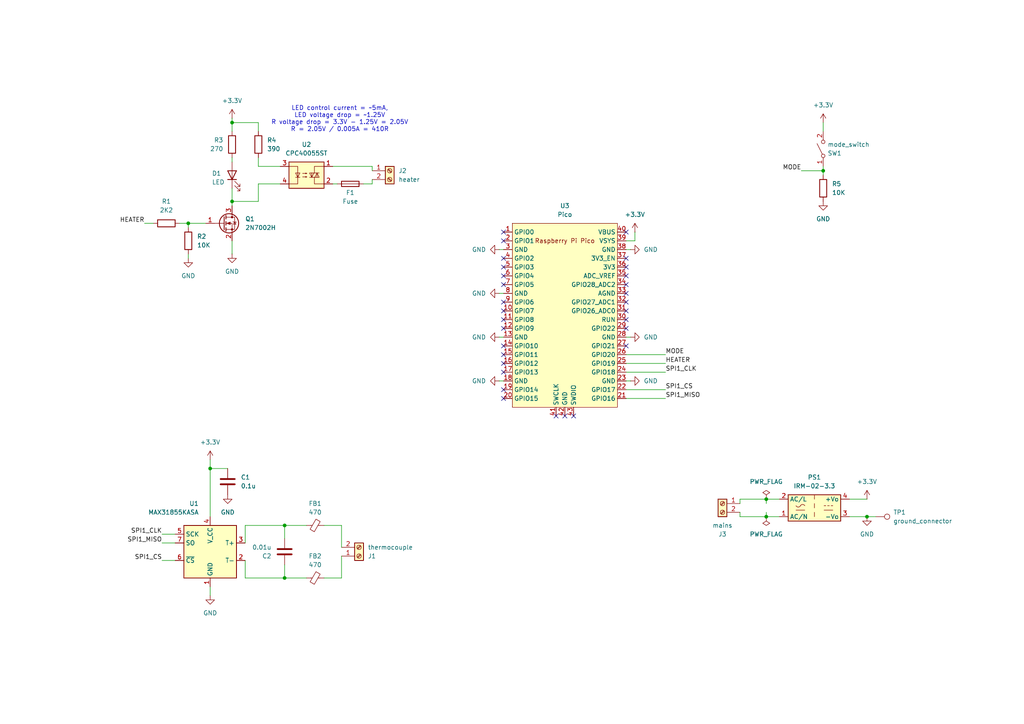
<source format=kicad_sch>
(kicad_sch (version 20231120) (generator "eeschema") (generator_version "8.0")
  (paper "A4")
  (lib_symbols
    (symbol "Connector:Screw_Terminal_01x02" (pin_names (offset 1.016) hide)
      (property "Reference" "J" (at 0 2.54 0))
      (property "Value" "Screw_Terminal_01x02" (at 0 -5.08 0))
      (symbol "Screw_Terminal_01x02_1_1"
        (rectangle (start -1.27 1.27) (end 1.27 -3.81) (stroke (width 0.254)) (fill (type background)))
        (circle (center 0 -2.54) (radius 0.635) (stroke (width 0.1524)))
        (polyline (pts (xy -0.5334 -2.2098) (xy 0.3302 -3.048)) (stroke (width 0.1524)))
        (polyline (pts (xy -0.5334 0.3302) (xy 0.3302 -0.508)) (stroke (width 0.1524)))
        (polyline (pts (xy -0.3556 -2.032) (xy 0.508 -2.8702)) (stroke (width 0.1524)))
        (polyline (pts (xy -0.3556 0.508) (xy 0.508 -0.3302)) (stroke (width 0.1524)))
        (circle (center 0 0) (radius 0.635) (stroke (width 0.1524)))
        (pin passive line (at -5.08 0 0) (length 3.81) (name "Pin_1") (number "1"))
        (pin passive line (at -5.08 -2.54 0) (length 3.81) (name "Pin_2") (number "2"))
      )
    )
    (symbol "Connector:TestPoint" (pin_numbers hide) (pin_names (offset 0.762) hide)
      (property "Reference" "TP" (at 0 6.858 0))
      (property "Value" "TestPoint" (at 0 5.08 0))
      (symbol "TestPoint_0_1"
        (circle (center 0 3.302) (radius 0.762))
      )
      (symbol "TestPoint_1_1"
        (pin passive line (at 0 0 90) (length 2.54) (name "1") (number "1"))
      )
    )
    (symbol "Converter_ACDC:IRM-02-3.3"
      (property "Reference" "PS" (at 0 5.08 0))
      (property "Value" "IRM-02-3.3" (at 0 -5.08 0))
      (symbol "IRM-02-3.3_0_1"
        (rectangle (start -7.62 3.81) (end 7.62 -3.81) (stroke (width 0.254)) (fill (type background)))
        (arc (start -5.334 0.635) (mid -4.699 0.2495) (end -4.064 0.635))
        (arc (start -2.794 0.635) (mid -3.429 1.0072) (end -4.064 0.635))
        (polyline (pts (xy -5.334 -0.635) (xy -2.794 -0.635)))
        (polyline (pts (xy 2.794 -0.635) (xy 5.334 -0.635)))
        (polyline (pts (xy 2.794 0.635) (xy 3.302 0.635)))
        (polyline (pts (xy 3.81 0.635) (xy 4.318 0.635)))
        (polyline (pts (xy 4.826 0.635) (xy 5.334 0.635)))
      )
      (symbol "IRM-02-3.3_1_1"
        (polyline (pts (xy 0 -1.27) (xy 0 -2.54)))
        (polyline (pts (xy 0 1.27) (xy 0 0)))
        (polyline (pts (xy 0 3.81) (xy 0 2.54)))
        (pin power_in line (at -10.16 -2.54 0) (length 2.54) (name "AC/N") (number "1"))
        (pin power_in line (at -10.16 2.54 0) (length 2.54) (name "AC/L") (number "2"))
        (pin power_out line (at 10.16 -2.54 180) (length 2.54) (name "-Vo") (number "3"))
        (pin power_out line (at 10.16 2.54 180) (length 2.54) (name "+Vo") (number "4"))
      )
    )
    (symbol "Device:C" (pin_numbers hide) (pin_names (offset 0.254))
      (property "Reference" "C" (at 0.635 2.54 0))
      (property "Value" "C" (at 0.635 -2.54 0))
      (symbol "C_0_1"
        (polyline (pts (xy -2.032 -0.762) (xy 2.032 -0.762)) (stroke (width 0.508)))
        (polyline (pts (xy -2.032 0.762) (xy 2.032 0.762)) (stroke (width 0.508)))
      )
      (symbol "C_1_1"
        (pin passive line (at 0 3.81 270) (length 2.794) (name "~") (number "1"))
        (pin passive line (at 0 -3.81 90) (length 2.794) (name "~") (number "2"))
      )
    )
    (symbol "Device:FerriteBead_Small" (pin_numbers hide) (pin_names (offset 0))
      (property "Reference" "FB" (at 1.905 1.27 0))
      (property "Value" "FerriteBead_Small" (at 1.905 -1.27 0))
      (symbol "FerriteBead_Small_0_1"
        (polyline (pts (xy 0 -1.27) (xy 0 -0.7874)))
        (polyline (pts (xy 0 0.889) (xy 0 1.2954)))
        (polyline (pts (xy -1.8288 0.2794) (xy -1.1176 1.4986) (xy 1.8288 -0.2032) (xy 1.1176 -1.4224) (xy -1.8288 0.2794)))
      )
      (symbol "FerriteBead_Small_1_1"
        (pin passive line (at 0 2.54 270) (length 1.27) (name "~") (number "1"))
        (pin passive line (at 0 -2.54 90) (length 1.27) (name "~") (number "2"))
      )
    )
    (symbol "Device:Fuse" (pin_numbers hide) (pin_names (offset 0))
      (property "Reference" "F" (at 2.032 0 90))
      (property "Value" "Fuse" (at -1.905 0 90))
      (symbol "Fuse_0_1"
        (rectangle (start -0.762 -2.54) (end 0.762 2.54) (stroke (width 0.254)))
        (polyline (pts (xy 0 2.54) (xy 0 -2.54)))
      )
      (symbol "Fuse_1_1"
        (pin passive line (at 0 3.81 270) (length 1.27) (name "~") (number "1"))
        (pin passive line (at 0 -3.81 90) (length 1.27) (name "~") (number "2"))
      )
    )
    (symbol "Device:LED" (pin_numbers hide) (pin_names (offset 1.016) hide)
      (property "Reference" "D" (at 0 2.54 0))
      (property "Value" "LED" (at 0 -2.54 0))
      (symbol "LED_0_1"
        (polyline (pts (xy -1.27 -1.27) (xy -1.27 1.27)) (stroke (width 0.254)))
        (polyline (pts (xy -1.27 0) (xy 1.27 0)))
        (polyline (pts (xy 1.27 -1.27) (xy 1.27 1.27) (xy -1.27 0) (xy 1.27 -1.27)) (stroke (width 0.254)))
        (polyline (pts (xy -3.048 -0.762) (xy -4.572 -2.286) (xy -3.81 -2.286) (xy -4.572 -2.286) (xy -4.572 -1.524)))
        (polyline (pts (xy -1.778 -0.762) (xy -3.302 -2.286) (xy -2.54 -2.286) (xy -3.302 -2.286) (xy -3.302 -1.524)))
      )
      (symbol "LED_1_1"
        (pin passive line (at -3.81 0 0) (length 2.54) (name "K") (number "1"))
        (pin passive line (at 3.81 0 180) (length 2.54) (name "A") (number "2"))
      )
    )
    (symbol "Device:R" (pin_numbers hide) (pin_names (offset 0))
      (property "Reference" "R" (at 2.032 0 90))
      (property "Value" "R" (at 0 0 90))
      (symbol "R_0_1"
        (rectangle (start -1.016 -2.54) (end 1.016 2.54) (stroke (width 0.254)))
      )
      (symbol "R_1_1"
        (pin passive line (at 0 3.81 270) (length 1.27) (name "~") (number "1"))
        (pin passive line (at 0 -3.81 90) (length 1.27) (name "~") (number "2"))
      )
    )
    (symbol "MCU_RaspberryPi_and_Boards:Pico"
      (property "Reference" "U" (at -13.97 27.94 0))
      (property "Value" "Pico" (at 0 19.05 0))
      (symbol "Pico_0_0"
        (text "Raspberry Pi Pico" (at 0 21.59 0) (effects (font (size 1.27 1.27))))
      )
      (symbol "Pico_0_1"
        (rectangle (start -15.24 26.67) (end 15.24 -26.67) (fill (type background)))
      )
      (symbol "Pico_1_1"
        (pin bidirectional line (at -17.78 24.13 0) (length 2.54) (name "GPIO0") (number "1"))
        (pin bidirectional line (at -17.78 1.27 0) (length 2.54) (name "GPIO7") (number "10"))
        (pin bidirectional line (at -17.78 -1.27 0) (length 2.54) (name "GPIO8") (number "11"))
        (pin bidirectional line (at -17.78 -3.81 0) (length 2.54) (name "GPIO9") (number "12"))
        (pin power_in line (at -17.78 -6.35 0) (length 2.54) (name "GND") (number "13"))
        (pin bidirectional line (at -17.78 -8.89 0) (length 2.54) (name "GPIO10") (number "14"))
        (pin bidirectional line (at -17.78 -11.43 0) (length 2.54) (name "GPIO11") (number "15"))
        (pin bidirectional line (at -17.78 -13.97 0) (length 2.54) (name "GPIO12") (number "16"))
        (pin bidirectional line (at -17.78 -16.51 0) (length 2.54) (name "GPIO13") (number "17"))
        (pin power_in line (at -17.78 -19.05 0) (length 2.54) (name "GND") (number "18"))
        (pin bidirectional line (at -17.78 -21.59 0) (length 2.54) (name "GPIO14") (number "19"))
        (pin bidirectional line (at -17.78 21.59 0) (length 2.54) (name "GPIO1") (number "2"))
        (pin bidirectional line (at -17.78 -24.13 0) (length 2.54) (name "GPIO15") (number "20"))
        (pin bidirectional line (at 17.78 -24.13 180) (length 2.54) (name "GPIO16") (number "21"))
        (pin bidirectional line (at 17.78 -21.59 180) (length 2.54) (name "GPIO17") (number "22"))
        (pin power_in line (at 17.78 -19.05 180) (length 2.54) (name "GND") (number "23"))
        (pin bidirectional line (at 17.78 -16.51 180) (length 2.54) (name "GPIO18") (number "24"))
        (pin bidirectional line (at 17.78 -13.97 180) (length 2.54) (name "GPIO19") (number "25"))
        (pin bidirectional line (at 17.78 -11.43 180) (length 2.54) (name "GPIO20") (number "26"))
        (pin bidirectional line (at 17.78 -8.89 180) (length 2.54) (name "GPIO21") (number "27"))
        (pin power_in line (at 17.78 -6.35 180) (length 2.54) (name "GND") (number "28"))
        (pin bidirectional line (at 17.78 -3.81 180) (length 2.54) (name "GPIO22") (number "29"))
        (pin power_in line (at -17.78 19.05 0) (length 2.54) (name "GND") (number "3"))
        (pin input line (at 17.78 -1.27 180) (length 2.54) (name "RUN") (number "30"))
        (pin bidirectional line (at 17.78 1.27 180) (length 2.54) (name "GPIO26_ADC0") (number "31"))
        (pin bidirectional line (at 17.78 3.81 180) (length 2.54) (name "GPIO27_ADC1") (number "32"))
        (pin power_in line (at 17.78 6.35 180) (length 2.54) (name "AGND") (number "33"))
        (pin bidirectional line (at 17.78 8.89 180) (length 2.54) (name "GPIO28_ADC2") (number "34"))
        (pin power_in line (at 17.78 11.43 180) (length 2.54) (name "ADC_VREF") (number "35"))
        (pin power_in line (at 17.78 13.97 180) (length 2.54) (name "3V3") (number "36"))
        (pin input line (at 17.78 16.51 180) (length 2.54) (name "3V3_EN") (number "37"))
        (pin bidirectional line (at 17.78 19.05 180) (length 2.54) (name "GND") (number "38"))
        (pin power_in line (at 17.78 21.59 180) (length 2.54) (name "VSYS") (number "39"))
        (pin bidirectional line (at -17.78 16.51 0) (length 2.54) (name "GPIO2") (number "4"))
        (pin power_in line (at 17.78 24.13 180) (length 2.54) (name "VBUS") (number "40"))
        (pin input line (at -2.54 -29.21 90) (length 2.54) (name "SWCLK") (number "41"))
        (pin power_in line (at 0 -29.21 90) (length 2.54) (name "GND") (number "42"))
        (pin bidirectional line (at 2.54 -29.21 90) (length 2.54) (name "SWDIO") (number "43"))
        (pin bidirectional line (at -17.78 13.97 0) (length 2.54) (name "GPIO3") (number "5"))
        (pin bidirectional line (at -17.78 11.43 0) (length 2.54) (name "GPIO4") (number "6"))
        (pin bidirectional line (at -17.78 8.89 0) (length 2.54) (name "GPIO5") (number "7"))
        (pin power_in line (at -17.78 6.35 0) (length 2.54) (name "GND") (number "8"))
        (pin bidirectional line (at -17.78 3.81 0) (length 2.54) (name "GPIO6") (number "9"))
      )
    )
    (symbol "Relay_SolidState:S102S01"
      (property "Reference" "U" (at -5.08 5.08 0))
      (property "Value" "S102S01" (at 0 5.08 0))
      (symbol "S102S01_0_1"
        (rectangle (start -5.08 3.81) (end 5.08 -3.81) (stroke (width 0.254)) (fill (type background)))
        (polyline (pts (xy -3.175 -0.635) (xy -1.905 -0.635)))
        (polyline (pts (xy 1.524 -0.635) (xy 1.524 0.635)))
        (polyline (pts (xy 3.048 0.635) (xy 3.048 -0.635)))
        (polyline (pts (xy 2.286 -0.635) (xy 2.286 -2.54) (xy 5.08 -2.54)))
        (polyline (pts (xy 2.286 0.635) (xy 2.286 2.54) (xy 5.08 2.54)))
        (polyline (pts (xy -5.08 2.54) (xy -2.54 2.54) (xy -2.54 -2.54) (xy -5.08 -2.54)))
        (polyline (pts (xy -2.54 -0.635) (xy -3.175 0.635) (xy -1.905 0.635) (xy -2.54 -0.635)))
        (polyline (pts (xy 0.889 -0.635) (xy 3.683 -0.635) (xy 3.048 0.635) (xy 2.413 -0.635)))
        (polyline (pts (xy 3.683 0.635) (xy 0.889 0.635) (xy 1.524 -0.635) (xy 2.159 0.635)))
        (polyline (pts (xy -1.143 -0.508) (xy 0.127 -0.508) (xy -0.254 -0.635) (xy -0.254 -0.381) (xy 0.127 -0.508)))
        (polyline (pts (xy -1.143 0.508) (xy 0.127 0.508) (xy -0.254 0.381) (xy -0.254 0.635) (xy 0.127 0.508)))
      )
      (symbol "S102S01_1_1"
        (pin passive line (at 7.62 2.54 180) (length 2.54) (name "~") (number "1"))
        (pin passive line (at 7.62 -2.54 180) (length 2.54) (name "~") (number "2"))
        (pin passive line (at -7.62 2.54 0) (length 2.54) (name "~") (number "3"))
        (pin passive line (at -7.62 -2.54 0) (length 2.54) (name "~") (number "4"))
      )
    )
    (symbol "Sensor_Temperature:MAX31855KASA"
      (property "Reference" "U" (at -7.62 8.89 0))
      (property "Value" "MAX31855KASA" (at 1.27 8.89 0))
      (symbol "MAX31855KASA_0_1"
        (rectangle (start -7.62 7.62) (end 7.62 -7.62) (stroke (width 0.254)) (fill (type background)))
      )
      (symbol "MAX31855KASA_1_1"
        (pin power_in line (at 0 -10.16 90) (length 2.54) (name "GND") (number "1"))
        (pin passive line (at -10.16 -2.54 0) (length 2.54) (name "T-") (number "2"))
        (pin passive line (at -10.16 2.54 0) (length 2.54) (name "T+") (number "3"))
        (pin power_in line (at 0 10.16 270) (length 2.54) (name "V_CC") (number "4"))
        (pin input line (at 10.16 5.08 180) (length 2.54) (name "SCK") (number "5"))
        (pin input line (at 10.16 -2.54 180) (length 2.54) (name "~{CS}") (number "6"))
        (pin tri_state line (at 10.16 2.54 180) (length 2.54) (name "SO") (number "7"))
      )
    )
    (symbol "Switch:SW_SPST" (pin_names (offset 0) hide)
      (property "Reference" "SW" (at 0 3.175 0))
      (property "Value" "SW_SPST" (at 0 -2.54 0))
      (symbol "SW_SPST_0_0"
        (circle (center -2.032 0) (radius 0.508))
        (polyline (pts (xy -1.524 0.254) (xy 1.524 1.778)))
        (circle (center 2.032 0) (radius 0.508))
      )
      (symbol "SW_SPST_1_1"
        (pin passive line (at -5.08 0 0) (length 2.54) (name "A") (number "1"))
        (pin passive line (at 5.08 0 180) (length 2.54) (name "B") (number "2"))
      )
    )
    (symbol "Transistor_FET:2N7002H" (pin_names hide)
      (property "Reference" "Q" (at 5.08 1.905 0))
      (property "Value" "2N7002H" (at 5.08 0 0))
      (symbol "2N7002H_0_1"
        (polyline (pts (xy 0.254 0) (xy -2.54 0)))
        (polyline (pts (xy 0.254 1.905) (xy 0.254 -1.905)) (stroke (width 0.254)))
        (polyline (pts (xy 0.762 -1.27) (xy 0.762 -2.286)) (stroke (width 0.254)))
        (polyline (pts (xy 0.762 0.508) (xy 0.762 -0.508)) (stroke (width 0.254)))
        (polyline (pts (xy 0.762 2.286) (xy 0.762 1.27)) (stroke (width 0.254)))
        (polyline (pts (xy 2.54 2.54) (xy 2.54 1.778)))
        (polyline (pts (xy 2.54 -2.54) (xy 2.54 0) (xy 0.762 0)))
        (polyline (pts (xy 0.762 -1.778) (xy 3.302 -1.778) (xy 3.302 1.778) (xy 0.762 1.778)))
        (polyline (pts (xy 1.016 0) (xy 2.032 0.381) (xy 2.032 -0.381) (xy 1.016 0)) (fill (type outline)))
        (polyline (pts (xy 2.794 0.508) (xy 2.921 0.381) (xy 3.683 0.381) (xy 3.81 0.254)))
        (polyline (pts (xy 3.302 0.381) (xy 2.921 -0.254) (xy 3.683 -0.254) (xy 3.302 0.381)))
        (circle (center 1.651 0) (radius 2.794) (stroke (width 0.254)))
        (circle (center 2.54 -1.778) (radius 0.254) (fill (type outline)))
        (circle (center 2.54 1.778) (radius 0.254) (fill (type outline)))
      )
      (symbol "2N7002H_1_1"
        (pin input line (at -5.08 0 0) (length 2.54) (name "G") (number "1"))
        (pin passive line (at 2.54 -5.08 90) (length 2.54) (name "S") (number "2"))
        (pin passive line (at 2.54 5.08 270) (length 2.54) (name "D") (number "3"))
      )
    )
    (symbol "power:+3.3V" (power) (pin_numbers hide) (pin_names (offset 0) hide)
      (property "Value" "+3.3V" (at 0 3.556 0))
      (symbol "+3.3V_0_1"
        (polyline (pts (xy -0.762 1.27) (xy 0 2.54)))
        (polyline (pts (xy 0 0) (xy 0 2.54)))
        (polyline (pts (xy 0 2.54) (xy 0.762 1.27)))
      )
      (symbol "+3.3V_1_1"
        (pin power_in line (at 0 0 90) (length 0) (name "~") (number "1"))
      )
    )
    (symbol "power:GND" (power) (pin_numbers hide) (pin_names (offset 0) hide)
      (property "Value" "GND" (at 0 -3.81 0))
      (symbol "GND_0_1"
        (polyline (pts (xy 0 0) (xy 0 -1.27) (xy 1.27 -1.27) (xy 0 -2.54) (xy -1.27 -1.27) (xy 0 -1.27)))
      )
      (symbol "GND_1_1"
        (pin power_in line (at 0 0 270) (length 0) (name "~") (number "1"))
      )
    )
    (symbol "power:PWR_FLAG" (power) (pin_numbers hide) (pin_names (offset 0) hide)
      (property "Value" "PWR_FLAG" (at 0 3.81 0))
      (symbol "PWR_FLAG_0_0"
        (pin power_out line (at 0 0 90) (length 0) (name "~") (number "1"))
      )
      (symbol "PWR_FLAG_0_1"
        (polyline (pts (xy 0 0) (xy 0 1.27) (xy -1.016 1.905) (xy 0 2.54) (xy 1.016 1.905) (xy 0 1.27)))
      )
    )
  )
  (junction (at 238.76 49.53))
  (junction (at 82.55 167.64))
  (junction (at 82.55 152.4))
  (junction (at 251.46 149.86))
  (junction (at 60.96 135.89))
  (junction (at 222.25 144.78))
  (junction (at 67.31 35.56))
  (junction (at 67.31 58.42))
  (junction (at 54.61 64.77))
  (junction (at 222.25 149.86))
  (no_connect (at 146.05 77.47))
  (no_connect (at 181.61 67.31))
  (no_connect (at 181.61 95.25))
  (no_connect (at 146.05 113.03))
  (no_connect (at 181.61 90.17))
  (no_connect (at 146.05 80.01))
  (no_connect (at 146.05 105.41))
  (no_connect (at 181.61 87.63))
  (no_connect (at 146.05 95.25))
  (no_connect (at 163.83 120.65))
  (no_connect (at 181.61 92.71))
  (no_connect (at 146.05 74.93))
  (no_connect (at 181.61 74.93))
  (no_connect (at 166.37 120.65))
  (no_connect (at 146.05 115.57))
  (no_connect (at 146.05 92.71))
  (no_connect (at 146.05 100.33))
  (no_connect (at 146.05 107.95))
  (no_connect (at 161.29 120.65))
  (no_connect (at 146.05 82.55))
  (no_connect (at 181.61 77.47))
  (no_connect (at 181.61 100.33))
  (no_connect (at 181.61 80.01))
  (no_connect (at 181.61 85.09))
  (no_connect (at 146.05 87.63))
  (no_connect (at 181.61 82.55))
  (no_connect (at 146.05 90.17))
  (no_connect (at 146.05 102.87))
  (no_connect (at 146.05 67.31))
  (no_connect (at 146.05 69.85))
  (wire (pts (xy 214.63 148.59) (xy 214.63 149.86)))
  (wire (pts (xy 82.55 152.4) (xy 71.12 152.4)))
  (wire (pts (xy 74.93 48.26) (xy 81.28 48.26)))
  (wire (pts (xy 74.93 35.56) (xy 74.93 38.1)))
  (wire (pts (xy 222.25 146.05) (xy 222.25 144.78)))
  (wire (pts (xy 222.25 149.86) (xy 226.06 149.86)))
  (wire (pts (xy 238.76 50.8) (xy 238.76 49.53)))
  (wire (pts (xy 144.78 97.79) (xy 146.05 97.79)))
  (wire (pts (xy 238.76 48.26) (xy 238.76 49.53)))
  (wire (pts (xy 96.52 53.34) (xy 97.79 53.34)))
  (wire (pts (xy 82.55 156.21) (xy 82.55 152.4)))
  (wire (pts (xy 60.96 135.89) (xy 66.04 135.89)))
  (wire (pts (xy 144.78 72.39) (xy 146.05 72.39)))
  (wire (pts (xy 71.12 167.64) (xy 82.55 167.64)))
  (wire (pts (xy 181.61 69.85) (xy 184.15 69.85)))
  (wire (pts (xy 93.98 152.4) (xy 99.06 152.4)))
  (wire (pts (xy 251.46 149.86) (xy 254 149.86)))
  (wire (pts (xy 67.31 35.56) (xy 74.93 35.56)))
  (wire (pts (xy 74.93 45.72) (xy 74.93 48.26)))
  (wire (pts (xy 107.95 52.07) (xy 107.95 53.34)))
  (wire (pts (xy 67.31 35.56) (xy 67.31 38.1)))
  (wire (pts (xy 181.61 110.49) (xy 182.88 110.49)))
  (wire (pts (xy 67.31 58.42) (xy 67.31 59.69)))
  (wire (pts (xy 96.52 48.26) (xy 107.95 48.26)))
  (wire (pts (xy 93.98 167.64) (xy 99.06 167.64)))
  (wire (pts (xy 232.41 49.53) (xy 238.76 49.53)))
  (wire (pts (xy 54.61 64.77) (xy 54.61 66.04)))
  (wire (pts (xy 67.31 54.61) (xy 67.31 58.42)))
  (wire (pts (xy 59.69 64.77) (xy 54.61 64.77)))
  (wire (pts (xy 144.78 85.09) (xy 146.05 85.09)))
  (wire (pts (xy 67.31 34.29) (xy 67.31 35.56)))
  (wire (pts (xy 52.07 64.77) (xy 54.61 64.77)))
  (wire (pts (xy 246.38 149.86) (xy 251.46 149.86)))
  (wire (pts (xy 54.61 73.66) (xy 54.61 74.93)))
  (wire (pts (xy 67.31 58.42) (xy 74.93 58.42)))
  (wire (pts (xy 181.61 102.87) (xy 193.04 102.87)))
  (wire (pts (xy 67.31 69.85) (xy 67.31 73.66)))
  (wire (pts (xy 82.55 167.64) (xy 82.55 163.83)))
  (wire (pts (xy 105.41 53.34) (xy 107.95 53.34)))
  (wire (pts (xy 181.61 72.39) (xy 182.88 72.39)))
  (wire (pts (xy 222.25 148.59) (xy 222.25 149.86)))
  (wire (pts (xy 246.38 144.78) (xy 251.46 144.78)))
  (wire (pts (xy 222.25 144.78) (xy 226.06 144.78)))
  (wire (pts (xy 214.63 144.78) (xy 214.63 146.05)))
  (wire (pts (xy 46.99 162.56) (xy 50.8 162.56)))
  (wire (pts (xy 60.96 133.35) (xy 60.96 135.89)))
  (wire (pts (xy 144.78 110.49) (xy 146.05 110.49)))
  (wire (pts (xy 74.93 53.34) (xy 81.28 53.34)))
  (wire (pts (xy 67.31 46.99) (xy 67.31 45.72)))
  (wire (pts (xy 82.55 152.4) (xy 88.9 152.4)))
  (wire (pts (xy 214.63 149.86) (xy 222.25 149.86)))
  (wire (pts (xy 41.91 64.77) (xy 44.45 64.77)))
  (wire (pts (xy 99.06 152.4) (xy 99.06 158.75)))
  (wire (pts (xy 181.61 97.79) (xy 182.88 97.79)))
  (wire (pts (xy 181.61 107.95) (xy 193.04 107.95)))
  (wire (pts (xy 71.12 152.4) (xy 71.12 157.48)))
  (wire (pts (xy 181.61 105.41) (xy 193.04 105.41)))
  (wire (pts (xy 60.96 135.89) (xy 60.96 149.86)))
  (wire (pts (xy 238.76 35.56) (xy 238.76 38.1)))
  (wire (pts (xy 99.06 161.29) (xy 99.06 167.64)))
  (wire (pts (xy 107.95 48.26) (xy 107.95 49.53)))
  (wire (pts (xy 71.12 162.56) (xy 71.12 167.64)))
  (wire (pts (xy 181.61 113.03) (xy 193.04 113.03)))
  (wire (pts (xy 184.15 69.85) (xy 184.15 67.31)))
  (wire (pts (xy 60.96 170.18) (xy 60.96 172.72)))
  (wire (pts (xy 46.99 157.48) (xy 50.8 157.48)))
  (wire (pts (xy 181.61 115.57) (xy 193.04 115.57)))
  (wire (pts (xy 214.63 144.78) (xy 222.25 144.78)))
  (wire (pts (xy 46.99 154.94) (xy 50.8 154.94)))
  (wire (pts (xy 74.93 58.42) (xy 74.93 53.34)))
  (wire (pts (xy 82.55 167.64) (xy 88.9 167.64)))
  (text "LED control current = ~5mA,\nLED voltage drop = ~1.25V\nR voltage drop = 3.3V - 1.25V = 2.05V\nR = 2.05V / 0.005A = 410R" (at 98.552 34.544 0) (effects (font (size 1.27 1.27))))
  (label "SPI1_CLK" (at 193.04 107.95 0))
  (label "SPI1_CS" (at 193.04 113.03 0))
  (label "SPI1_CLK" (at 46.99 154.94 180))
  (label "SPI1_MISO" (at 193.04 115.57 0))
  (label "HEATER" (at 193.04 105.41 0))
  (label "MODE" (at 193.04 102.87 0))
  (label "MODE" (at 232.41 49.53 180))
  (label "SPI1_MISO" (at 46.99 157.48 180))
  (label "SPI1_CS" (at 46.99 162.56 180))
  (label "HEATER" (at 41.91 64.77 180))
  (symbol (lib_id "Device:R") (at 238.76 54.61 0) (unit 1)
    (property "Reference" "R5" (at 241.3 53.3399 0) (effects (justify left)))
    (property "Value" "10K" (at 241.3 55.8799 0) (effects (justify left)))
    (property "Footprint" "Resistor_SMD:R_0805_2012Metric" (effects (hide yes)))
    (property "Description" "Resistor" (effects (hide yes)))
    (property "MPN" "RT0805FRE1010KL" (effects (hide yes)))
  )
  (symbol (lib_id "Connector:Screw_Terminal_01x02") (at 104.14 161.29 0) (mirror x) (unit 1)
    (property "Reference" "J1" (at 106.68 161.2901 0) (effects (justify left)))
    (property "Value" "thermocouple" (at 106.68 158.7501 0) (effects (justify left)))
    (property "Footprint" "TerminalBlock_Phoenix:TerminalBlock_Phoenix_MPT-0,5-2-2.54_1x02_P2.54mm_Horizontal" (effects (hide yes)))
    (property "Description" "Generic screw terminal, single row, 01x02, script generated (kicad-library-utils/schlib/autogen/connector/)" (effects (hide yes)))
    (property "MPN" "1725656" (effects (hide yes)))
  )
  (symbol (lib_id "Switch:SW_SPST") (at 238.76 43.18 90) (unit 1)
    (property "Reference" "SW1" (at 240.03 44.4501 90) (effects (justify right)))
    (property "Value" "mode_switch" (at 240.03 41.9101 90) (effects (justify right)))
    (property "Footprint" "TerminalBlock_Phoenix:TerminalBlock_Phoenix_MPT-0,5-2-2.54_1x02_P2.54mm_Horizontal" (effects (hide yes)))
    (property "Description" "Single Pole Single Throw (SPST) switch" (effects (hide yes)))
    (property "MPN" "1725656" (effects (hide yes)))
  )
  (symbol (lib_id "MCU_RaspberryPi_and_Boards:Pico") (at 163.83 91.44 0) (unit 1)
    (property "Reference" "U3" (at 163.83 59.69 0))
    (property "Value" "Pico" (at 163.83 62.23 0))
    (property "Footprint" "MCU_RaspberryPi_and_Boards:RPi_Pico_SMD_TH" (effects (hide yes)))
    (property "MPN" "SC0918" (effects (hide yes)))
  )
  (symbol (lib_id "power:PWR_FLAG") (at 222.25 149.86 180) (unit 1)
    (property "Reference" "#FLG02" (effects (hide yes)))
    (property "Value" "PWR_FLAG" (at 222.25 154.94 0))
    (property "Description" "Special symbol for telling ERC where power comes from" (effects (hide yes)))
  )
  (symbol (lib_id "power:GND") (at 144.78 97.79 270) (unit 1)
    (property "Reference" "#PWR09" (effects (hide yes)))
    (property "Value" "GND" (at 140.97 97.7899 90) (effects (justify right)))
    (property "Description" "Power symbol creates a global label with name \"GND\" , ground" (effects (hide yes)))
  )
  (symbol (lib_id "Device:LED") (at 67.31 50.8 90) (unit 1)
    (property "Reference" "D1" (at 61.468 50.292 90) (effects (justify right)))
    (property "Value" "LED" (at 61.468 52.832 90) (effects (justify right)))
    (property "Footprint" "LED_SMD:LED_0805_2012Metric" (effects (hide yes)))
    (property "Description" "Light emitting diode" (effects (hide yes)))
    (property "MPN" "150080AS75000" (effects (hide yes)))
  )
  (symbol (lib_id "power:GND") (at 144.78 110.49 270) (unit 1)
    (property "Reference" "#PWR010" (effects (hide yes)))
    (property "Value" "GND" (at 140.97 110.4899 90) (effects (justify right)))
    (property "Description" "Power symbol creates a global label with name \"GND\" , ground" (effects (hide yes)))
  )
  (symbol (lib_id "Device:R") (at 48.26 64.77 90) (unit 1)
    (property "Reference" "R1" (at 48.26 58.42 90))
    (property "Value" "2K2" (at 48.26 60.96 90))
    (property "Footprint" "Resistor_SMD:R_0805_2012Metric" (effects (hide yes)))
    (property "Description" "Resistor" (effects (hide yes)))
    (property "MPN" "RT0805FRE132K2L" (effects (hide yes)))
  )
  (symbol (lib_id "power:GND") (at 60.96 172.72 0) (unit 1)
    (property "Reference" "#PWR05" (effects (hide yes)))
    (property "Value" "GND" (at 60.96 177.8 0))
    (property "Description" "Power symbol creates a global label with name \"GND\" , ground" (effects (hide yes)))
  )
  (symbol (lib_id "power:+3.3V") (at 67.31 34.29 0) (unit 1)
    (property "Reference" "#PWR02" (effects (hide yes)))
    (property "Value" "+3.3V" (at 67.31 29.21 0))
    (property "Description" "Power symbol creates a global label with name \"+3.3V\"" (effects (hide yes)))
  )
  (symbol (lib_id "Relay_SolidState:S102S01") (at 88.9 50.8 0) (unit 1)
    (property "Reference" "U2" (at 88.9 41.91 0))
    (property "Value" "CPC40055ST" (at 88.9 44.45 0))
    (property "Footprint" "francisfrancisx1:CPC40055ST" (effects (hide yes)))
    (property "Datasheet" "https://nl.mouser.com/datasheet/2/240/media-3323235.pdf" (effects (hide yes)))
    (property "Description" "CPC40055ST is an AC Solid State Switch utilizing dual power SCR outputs. This device includes zero-cross turn-on circuitry and is specified with an 800VP blocking voltage." (effects (hide yes)))
    (property "MPN" "CPC40055ST" (effects (hide yes)))
  )
  (symbol (lib_id "power:GND") (at 144.78 72.39 270) (unit 1)
    (property "Reference" "#PWR07" (effects (hide yes)))
    (property "Value" "GND" (at 140.97 72.3899 90) (effects (justify right)))
    (property "Description" "Power symbol creates a global label with name \"GND\" , ground" (effects (hide yes)))
  )
  (symbol (lib_id "Device:R") (at 54.61 69.85 0) (unit 1)
    (property "Reference" "R2" (at 57.15 68.5799 0) (effects (justify left)))
    (property "Value" "10K" (at 57.15 71.1199 0) (effects (justify left)))
    (property "Footprint" "Resistor_SMD:R_0805_2012Metric" (effects (hide yes)))
    (property "Description" "Resistor" (effects (hide yes)))
    (property "MPN" "RT0805FRE1010KL" (effects (hide yes)))
  )
  (symbol (lib_id "Device:FerriteBead_Small") (at 91.44 167.64 90) (unit 1)
    (property "Reference" "FB2" (at 91.4019 161.29 90))
    (property "Value" "470" (at 91.4019 163.83 90))
    (property "Footprint" "Resistor_SMD:R_0805_2012Metric" (effects (hide yes)))
    (property "Description" "Ferrite bead, small symbol" (effects (hide yes)))
    (property "MPN" "742792037" (effects (hide yes)))
  )
  (symbol (lib_id "power:+3.3V") (at 60.96 133.35 0) (unit 1)
    (property "Reference" "#PWR04" (effects (hide yes)))
    (property "Value" "+3.3V" (at 60.96 128.27 0))
    (property "Description" "Power symbol creates a global label with name \"+3.3V\"" (effects (hide yes)))
  )
  (symbol (lib_id "power:GND") (at 182.88 97.79 90) (unit 1)
    (property "Reference" "#PWR014" (effects (hide yes)))
    (property "Value" "GND" (at 186.69 97.7899 90) (effects (justify right)))
    (property "Description" "Power symbol creates a global label with name \"GND\" , ground" (effects (hide yes)))
  )
  (symbol (lib_id "power:GND") (at 251.46 149.86 0) (unit 1)
    (property "Reference" "#PWR018" (effects (hide yes)))
    (property "Value" "GND" (at 251.46 154.94 0))
    (property "Description" "Power symbol creates a global label with name \"GND\" , ground" (effects (hide yes)))
  )
  (symbol (lib_id "power:GND") (at 238.76 58.42 0) (unit 1)
    (property "Reference" "#PWR020" (effects (hide yes)))
    (property "Value" "GND" (at 238.76 63.5 0))
    (property "Description" "Power symbol creates a global label with name \"GND\" , ground" (effects (hide yes)))
  )
  (symbol (lib_id "power:+3.3V") (at 238.76 35.56 0) (unit 1)
    (property "Reference" "#PWR019" (effects (hide yes)))
    (property "Value" "+3.3V" (at 238.76 30.48 0))
    (property "Description" "Power symbol creates a global label with name \"+3.3V\"" (effects (hide yes)))
  )
  (symbol (lib_id "Converter_ACDC:IRM-02-3.3") (at 236.22 147.32 0) (unit 1)
    (property "Reference" "PS1" (at 236.22 138.43 0))
    (property "Value" "IRM-02-3.3" (at 236.22 140.97 0))
    (property "Footprint" "Converter_ACDC:Converter_ACDC_MeanWell_IRM-02-xx_THT" (effects (hide yes)))
    (property "Datasheet" "https://www.meanwell.com/Upload/PDF/IRM-02/IRM-02-SPEC.PDF" (effects (hide yes)))
    (property "Description" "3.3V, 600mA, 2W, Isolated, AC-DC, IRM02" (effects (hide yes)))
    (property "MPN" "IRM-02-3.3" (effects (hide yes)))
  )
  (symbol (lib_id "Device:C") (at 82.55 160.02 180) (unit 1)
    (property "Reference" "C2" (at 78.74 161.2901 0) (effects (justify left)))
    (property "Value" "0.01u" (at 78.74 158.7501 0) (effects (justify left)))
    (property "Footprint" "Capacitor_SMD:C_0805_2012Metric" (effects (hide yes)))
    (property "Description" "Unpolarized capacitor" (effects (hide yes)))
    (property "MPN" "C0805Y103K5RACTU" (effects (hide yes)))
  )
  (symbol (lib_id "Device:R") (at 74.93 41.91 0) (unit 1)
    (property "Reference" "R4" (at 77.47 40.6399 0) (effects (justify left)))
    (property "Value" "390" (at 77.47 43.1799 0) (effects (justify left)))
    (property "Footprint" "Resistor_SMD:R_0805_2012Metric" (effects (hide yes)))
    (property "Description" "Resistor" (effects (hide yes)))
    (property "MPN" "RT0805FRE07390RL" (effects (hide yes)))
  )
  (symbol (lib_id "Connector:Screw_Terminal_01x02") (at 209.55 146.05 0) (mirror y) (unit 1)
    (property "Reference" "J3" (at 209.55 154.94 0))
    (property "Value" "mains" (at 209.55 152.4 0))
    (property "Footprint" "TerminalBlock_Phoenix:TerminalBlock_Phoenix_MKDS-1,5-2-5.08_1x02_P5.08mm_Horizontal" (effects (hide yes)))
    (property "Description" "Generic screw terminal, single row, 01x02, script generated (kicad-library-utils/schlib/autogen/connector/)" (effects (hide yes)))
    (property "MPN" "1715721" (effects (hide yes)))
  )
  (symbol (lib_id "Device:Fuse") (at 101.6 53.34 90) (unit 1)
    (property "Reference" "F1" (at 101.6 55.88 90))
    (property "Value" "Fuse" (at 101.6 58.42 90))
    (property "Footprint" "Fuse:Fuseholder_Cylinder-5x20mm_Schurter_0031_8201_Horizontal_Open" (effects (hide yes)))
    (property "Description" "Fuse" (effects (hide yes)))
    (property "MPN" "0031.8201.G" (effects (hide yes)))
  )
  (symbol (lib_id "power:GND") (at 182.88 72.39 90) (unit 1)
    (property "Reference" "#PWR013" (effects (hide yes)))
    (property "Value" "GND" (at 186.69 72.3899 90) (effects (justify right)))
    (property "Description" "Power symbol creates a global label with name \"GND\" , ground" (effects (hide yes)))
  )
  (symbol (lib_id "power:+3.3V") (at 184.15 67.31 0) (unit 1)
    (property "Reference" "#PWR016" (effects (hide yes)))
    (property "Value" "+3.3V" (at 184.15 62.23 0))
    (property "Description" "Power symbol creates a global label with name \"+3.3V\"" (effects (hide yes)))
  )
  (symbol (lib_id "Device:FerriteBead_Small") (at 91.44 152.4 90) (unit 1)
    (property "Reference" "FB1" (at 91.4019 146.05 90))
    (property "Value" "470" (at 91.4019 148.59 90))
    (property "Footprint" "Resistor_SMD:R_0805_2012Metric" (effects (hide yes)))
    (property "Description" "Ferrite bead, small symbol" (effects (hide yes)))
    (property "MPN" "742792037" (effects (hide yes)))
  )
  (symbol (lib_id "Connector:Screw_Terminal_01x02") (at 113.03 49.53 0) (unit 1)
    (property "Reference" "J2" (at 115.57 49.5299 0) (effects (justify left)))
    (property "Value" "heater" (at 115.57 52.0699 0) (effects (justify left)))
    (property "Footprint" "TerminalBlock_Phoenix:TerminalBlock_Phoenix_MKDS-1,5-2-5.08_1x02_P5.08mm_Horizontal" (effects (hide yes)))
    (property "Description" "Generic screw terminal, single row, 01x02, script generated (kicad-library-utils/schlib/autogen/connector/)" (effects (hide yes)))
    (property "MPN" "1715721" (effects (hide yes)))
  )
  (symbol (lib_id "Connector:TestPoint") (at 254 149.86 270) (unit 1) (in_bom no)
    (property "Reference" "TP1" (at 259.08 148.5899 90) (effects (justify left)))
    (property "Value" "ground_connector" (at 259.08 151.1299 90) (effects (justify left)))
    (property "Footprint" "MountingHole:MountingHole_2.2mm_M2_ISO7380_Pad" (effects (hide yes)))
    (property "Description" "test point" (effects (hide yes)))
  )
  (symbol (lib_id "power:GND") (at 66.04 143.51 0) (unit 1)
    (property "Reference" "#PWR06" (effects (hide yes)))
    (property "Value" "GND" (at 66.04 148.59 0))
    (property "Description" "Power symbol creates a global label with name \"GND\" , ground" (effects (hide yes)))
  )
  (symbol (lib_id "power:PWR_FLAG") (at 222.25 144.78 0) (unit 1)
    (property "Reference" "#FLG01" (effects (hide yes)))
    (property "Value" "PWR_FLAG" (at 222.25 139.7 0))
    (property "Description" "Special symbol for telling ERC where power comes from" (effects (hide yes)))
  )
  (symbol (lib_id "power:GND") (at 67.31 73.66 0) (unit 1)
    (property "Reference" "#PWR03" (effects (hide yes)))
    (property "Value" "GND" (at 67.31 78.74 0))
    (property "Description" "Power symbol creates a global label with name \"GND\" , ground" (effects (hide yes)))
  )
  (symbol (lib_id "power:GND") (at 144.78 85.09 270) (unit 1)
    (property "Reference" "#PWR08" (effects (hide yes)))
    (property "Value" "GND" (at 140.97 85.0899 90) (effects (justify right)))
    (property "Description" "Power symbol creates a global label with name \"GND\" , ground" (effects (hide yes)))
  )
  (symbol (lib_id "Transistor_FET:2N7002H") (at 64.77 64.77 0) (unit 1)
    (property "Reference" "Q1" (at 71.12 63.4999 0) (effects (justify left)))
    (property "Value" "2N7002H" (at 71.12 66.0399 0) (effects (justify left)))
    (property "Footprint" "Package_TO_SOT_SMD:SOT-23" (effects (hide yes)))
    (property "Datasheet" "http://www.diodes.com/assets/Datasheets/2N7002H.pdf" (effects (hide yes)))
    (property "Description" "0.21A Id, 60V Vds, N-Channel MOSFET, SOT-23" (effects (hide yes)))
    (property "MPN" "2N7002HR" (effects (hide yes)))
  )
  (symbol (lib_id "power:+3.3V") (at 251.46 144.78 0) (unit 1)
    (property "Reference" "#PWR017" (effects (hide yes)))
    (property "Value" "+3.3V" (at 251.46 139.7 0))
    (property "Description" "Power symbol creates a global label with name \"+3.3V\"" (effects (hide yes)))
  )
  (symbol (lib_id "Device:C") (at 66.04 139.7 0) (unit 1)
    (property "Reference" "C1" (at 69.85 138.4299 0) (effects (justify left)))
    (property "Value" "0.1u" (at 69.85 140.9699 0) (effects (justify left)))
    (property "Footprint" "Capacitor_SMD:C_0805_2012Metric" (effects (hide yes)))
    (property "Description" "Unpolarized capacitor" (effects (hide yes)))
    (property "MPN" "C0805X104K5RAC" (effects (hide yes)))
  )
  (symbol (lib_id "power:GND") (at 54.61 74.93 0) (unit 1)
    (property "Reference" "#PWR01" (effects (hide yes)))
    (property "Value" "GND" (at 54.61 80.01 0))
    (property "Description" "Power symbol creates a global label with name \"GND\" , ground" (effects (hide yes)))
  )
  (symbol (lib_id "power:GND") (at 182.88 110.49 90) (unit 1)
    (property "Reference" "#PWR015" (effects (hide yes)))
    (property "Value" "GND" (at 186.69 110.4899 90) (effects (justify right)))
    (property "Description" "Power symbol creates a global label with name \"GND\" , ground" (effects (hide yes)))
  )
  (symbol (lib_id "Sensor_Temperature:MAX31855KASA") (at 60.96 160.02 0) (mirror y) (unit 1)
    (property "Reference" "U1" (at 57.658 146.05 0) (effects (justify left)))
    (property "Value" "MAX31855KASA" (at 57.658 148.59 0) (effects (justify left)))
    (property "Footprint" "Package_SO:SOIC-8_3.9x4.9mm_P1.27mm" (effects (hide yes)))
    (property "Datasheet" "http://datasheets.maximintegrated.com/en/ds/MAX31855.pdf" (effects (hide yes)))
    (property "Description" "Cold Junction K-type Termocouple Interface, SPI, SO8" (effects (hide yes)))
    (property "MPN" "MAX31855KASA+T" (effects (hide yes)))
  )
  (symbol (lib_id "Device:R") (at 67.31 41.91 0) (mirror y) (unit 1)
    (property "Reference" "R3" (at 64.77 40.6399 0) (effects (justify left)))
    (property "Value" "270" (at 64.77 43.1799 0) (effects (justify left)))
    (property "Footprint" "Resistor_SMD:R_0805_2012Metric" (effects (hide yes)))
    (property "Description" "Resistor" (effects (hide yes)))
    (property "MPN" "RT0805FRE07270RL" (effects (hide yes)))
  )
)
</source>
